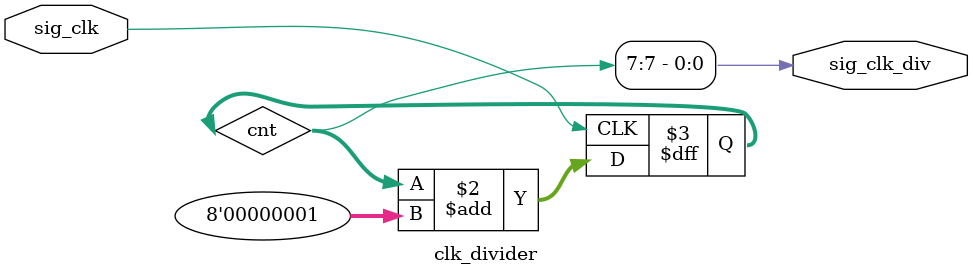
<source format=sv>
module clk_divider(
	input sig_clk,
	output sig_clk_div
);

reg [7:0] cnt;

assign sig_clk_div = cnt[7];

always_ff @( posedge sig_clk ) cnt <= cnt + 8'h01;

endmodule
</source>
